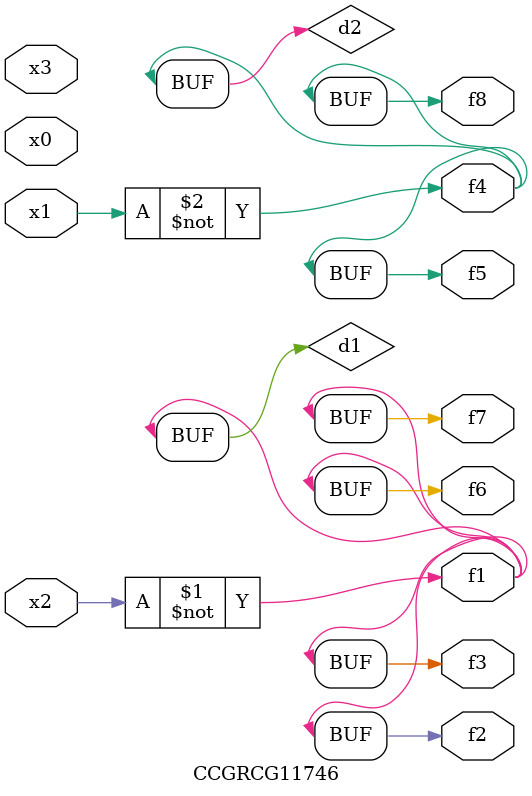
<source format=v>
module CCGRCG11746(
	input x0, x1, x2, x3,
	output f1, f2, f3, f4, f5, f6, f7, f8
);

	wire d1, d2;

	xnor (d1, x2);
	not (d2, x1);
	assign f1 = d1;
	assign f2 = d1;
	assign f3 = d1;
	assign f4 = d2;
	assign f5 = d2;
	assign f6 = d1;
	assign f7 = d1;
	assign f8 = d2;
endmodule

</source>
